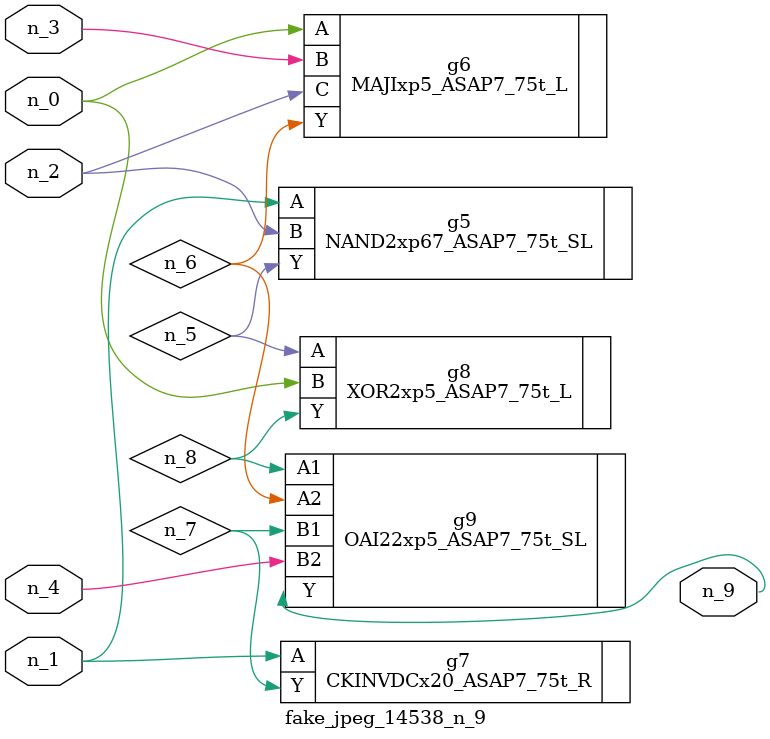
<source format=v>
module fake_jpeg_14538_n_9 (n_3, n_2, n_1, n_0, n_4, n_9);

input n_3;
input n_2;
input n_1;
input n_0;
input n_4;

output n_9;

wire n_8;
wire n_6;
wire n_5;
wire n_7;

NAND2xp67_ASAP7_75t_SL g5 ( 
.A(n_1),
.B(n_2),
.Y(n_5)
);

MAJIxp5_ASAP7_75t_L g6 ( 
.A(n_0),
.B(n_3),
.C(n_2),
.Y(n_6)
);

CKINVDCx20_ASAP7_75t_R g7 ( 
.A(n_1),
.Y(n_7)
);

XOR2xp5_ASAP7_75t_L g8 ( 
.A(n_5),
.B(n_0),
.Y(n_8)
);

OAI22xp5_ASAP7_75t_SL g9 ( 
.A1(n_8),
.A2(n_6),
.B1(n_7),
.B2(n_4),
.Y(n_9)
);


endmodule
</source>
